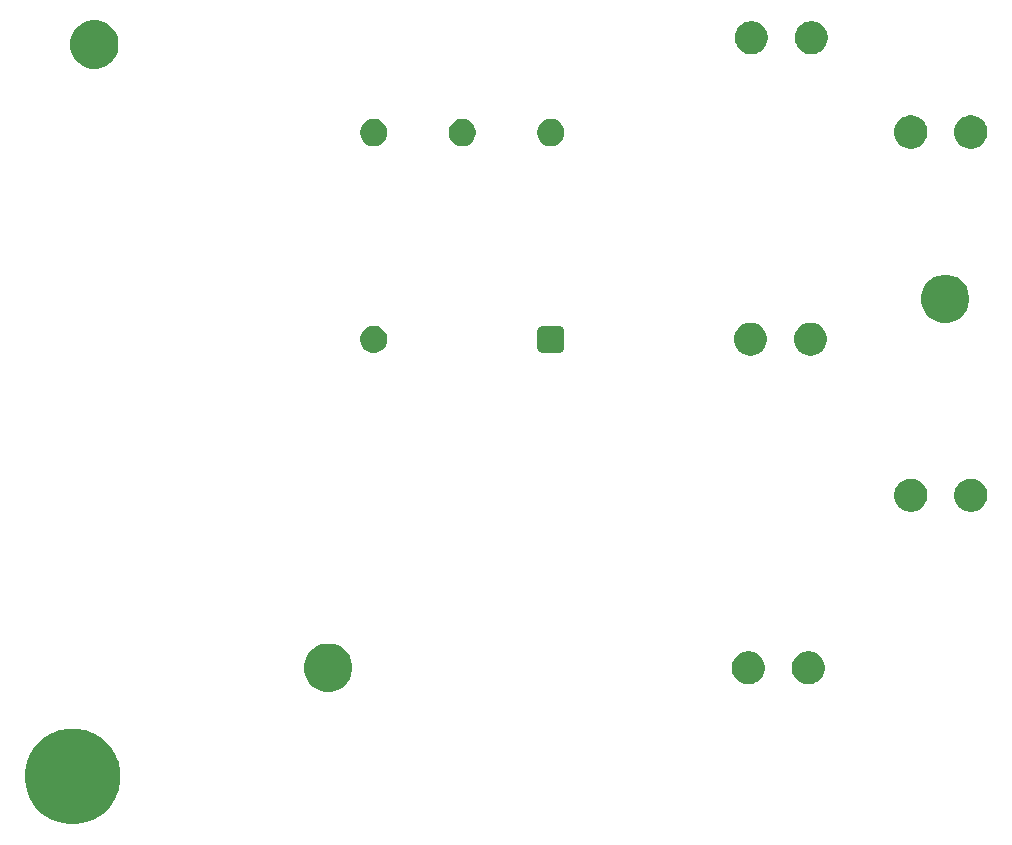
<source format=gbs>
G04 #@! TF.GenerationSoftware,KiCad,Pcbnew,(5.1.5-0-10_14)*
G04 #@! TF.CreationDate,2023-03-12T15:51:32+01:00*
G04 #@! TF.ProjectId,AC_board,41435f62-6f61-4726-942e-6b696361645f,v01*
G04 #@! TF.SameCoordinates,Original*
G04 #@! TF.FileFunction,Soldermask,Bot*
G04 #@! TF.FilePolarity,Negative*
%FSLAX46Y46*%
G04 Gerber Fmt 4.6, Leading zero omitted, Abs format (unit mm)*
G04 Created by KiCad (PCBNEW (5.1.5-0-10_14)) date 2023-03-12 15:51:32*
%MOMM*%
%LPD*%
G04 APERTURE LIST*
%ADD10C,0.100000*%
G04 APERTURE END LIST*
D10*
G36*
X76181632Y-115104677D02*
G01*
X76487005Y-115231167D01*
X76918868Y-115410050D01*
X77582362Y-115853383D01*
X78146617Y-116417638D01*
X78589950Y-117081132D01*
X78768833Y-117512995D01*
X78895323Y-117818368D01*
X79051000Y-118601010D01*
X79051000Y-119398990D01*
X78895323Y-120181632D01*
X78768833Y-120487005D01*
X78589950Y-120918868D01*
X78146617Y-121582362D01*
X77582362Y-122146617D01*
X76918868Y-122589950D01*
X76487005Y-122768833D01*
X76181632Y-122895323D01*
X75398990Y-123051000D01*
X74601010Y-123051000D01*
X73818368Y-122895323D01*
X73512995Y-122768833D01*
X73081132Y-122589950D01*
X72417638Y-122146617D01*
X71853383Y-121582362D01*
X71410050Y-120918868D01*
X71231167Y-120487005D01*
X71104677Y-120181632D01*
X70949000Y-119398990D01*
X70949000Y-118601010D01*
X71104677Y-117818368D01*
X71231167Y-117512995D01*
X71410050Y-117081132D01*
X71853383Y-116417638D01*
X72417638Y-115853383D01*
X73081132Y-115410050D01*
X73512995Y-115231167D01*
X73818368Y-115104677D01*
X74601010Y-114949000D01*
X75398990Y-114949000D01*
X76181632Y-115104677D01*
G37*
G36*
X97238254Y-107827818D02*
G01*
X97611511Y-107982426D01*
X97611513Y-107982427D01*
X97947436Y-108206884D01*
X98233116Y-108492564D01*
X98457574Y-108828489D01*
X98612182Y-109201746D01*
X98691000Y-109597993D01*
X98691000Y-110002007D01*
X98612182Y-110398254D01*
X98457574Y-110771511D01*
X98457573Y-110771513D01*
X98233116Y-111107436D01*
X97947436Y-111393116D01*
X97611513Y-111617573D01*
X97611512Y-111617574D01*
X97611511Y-111617574D01*
X97238254Y-111772182D01*
X96842007Y-111851000D01*
X96437993Y-111851000D01*
X96041746Y-111772182D01*
X95668489Y-111617574D01*
X95668488Y-111617574D01*
X95668487Y-111617573D01*
X95332564Y-111393116D01*
X95046884Y-111107436D01*
X94822427Y-110771513D01*
X94822426Y-110771511D01*
X94667818Y-110398254D01*
X94589000Y-110002007D01*
X94589000Y-109597993D01*
X94667818Y-109201746D01*
X94822426Y-108828489D01*
X95046884Y-108492564D01*
X95332564Y-108206884D01*
X95668487Y-107982427D01*
X95668489Y-107982426D01*
X96041746Y-107827818D01*
X96437993Y-107749000D01*
X96842007Y-107749000D01*
X97238254Y-107827818D01*
G37*
G36*
X132538433Y-108434893D02*
G01*
X132628657Y-108452839D01*
X132724561Y-108492564D01*
X132883621Y-108558449D01*
X132883622Y-108558450D01*
X133113086Y-108711772D01*
X133308228Y-108906914D01*
X133410675Y-109060237D01*
X133461551Y-109136379D01*
X133567161Y-109391344D01*
X133621000Y-109662012D01*
X133621000Y-109937988D01*
X133567161Y-110208656D01*
X133461551Y-110463621D01*
X133461550Y-110463622D01*
X133308228Y-110693086D01*
X133113086Y-110888228D01*
X132959763Y-110990675D01*
X132883621Y-111041551D01*
X132734267Y-111103415D01*
X132628657Y-111147161D01*
X132538433Y-111165107D01*
X132357988Y-111201000D01*
X132082012Y-111201000D01*
X131901567Y-111165107D01*
X131811343Y-111147161D01*
X131705733Y-111103415D01*
X131556379Y-111041551D01*
X131480237Y-110990675D01*
X131326914Y-110888228D01*
X131131772Y-110693086D01*
X130978450Y-110463622D01*
X130978449Y-110463621D01*
X130872839Y-110208656D01*
X130819000Y-109937988D01*
X130819000Y-109662012D01*
X130872839Y-109391344D01*
X130978449Y-109136379D01*
X131029325Y-109060237D01*
X131131772Y-108906914D01*
X131326914Y-108711772D01*
X131556378Y-108558450D01*
X131556379Y-108558449D01*
X131715439Y-108492564D01*
X131811343Y-108452839D01*
X131901567Y-108434893D01*
X132082012Y-108399000D01*
X132357988Y-108399000D01*
X132538433Y-108434893D01*
G37*
G36*
X137618433Y-108434893D02*
G01*
X137708657Y-108452839D01*
X137804561Y-108492564D01*
X137963621Y-108558449D01*
X137963622Y-108558450D01*
X138193086Y-108711772D01*
X138388228Y-108906914D01*
X138490675Y-109060237D01*
X138541551Y-109136379D01*
X138647161Y-109391344D01*
X138701000Y-109662012D01*
X138701000Y-109937988D01*
X138647161Y-110208656D01*
X138541551Y-110463621D01*
X138541550Y-110463622D01*
X138388228Y-110693086D01*
X138193086Y-110888228D01*
X138039763Y-110990675D01*
X137963621Y-111041551D01*
X137814267Y-111103415D01*
X137708657Y-111147161D01*
X137618433Y-111165107D01*
X137437988Y-111201000D01*
X137162012Y-111201000D01*
X136981567Y-111165107D01*
X136891343Y-111147161D01*
X136785733Y-111103415D01*
X136636379Y-111041551D01*
X136560237Y-110990675D01*
X136406914Y-110888228D01*
X136211772Y-110693086D01*
X136058450Y-110463622D01*
X136058449Y-110463621D01*
X135952839Y-110208656D01*
X135899000Y-109937988D01*
X135899000Y-109662012D01*
X135952839Y-109391344D01*
X136058449Y-109136379D01*
X136109325Y-109060237D01*
X136211772Y-108906914D01*
X136406914Y-108711772D01*
X136636378Y-108558450D01*
X136636379Y-108558449D01*
X136795439Y-108492564D01*
X136891343Y-108452839D01*
X136981567Y-108434893D01*
X137162012Y-108399000D01*
X137437988Y-108399000D01*
X137618433Y-108434893D01*
G37*
G36*
X146288433Y-93834893D02*
G01*
X146378657Y-93852839D01*
X146484267Y-93896585D01*
X146633621Y-93958449D01*
X146633622Y-93958450D01*
X146863086Y-94111772D01*
X147058228Y-94306914D01*
X147160675Y-94460237D01*
X147211551Y-94536379D01*
X147317161Y-94791344D01*
X147371000Y-95062012D01*
X147371000Y-95337988D01*
X147317161Y-95608656D01*
X147211551Y-95863621D01*
X147211550Y-95863622D01*
X147058228Y-96093086D01*
X146863086Y-96288228D01*
X146709763Y-96390675D01*
X146633621Y-96441551D01*
X146484267Y-96503415D01*
X146378657Y-96547161D01*
X146288433Y-96565107D01*
X146107988Y-96601000D01*
X145832012Y-96601000D01*
X145651567Y-96565107D01*
X145561343Y-96547161D01*
X145455733Y-96503415D01*
X145306379Y-96441551D01*
X145230237Y-96390675D01*
X145076914Y-96288228D01*
X144881772Y-96093086D01*
X144728450Y-95863622D01*
X144728449Y-95863621D01*
X144622839Y-95608656D01*
X144569000Y-95337988D01*
X144569000Y-95062012D01*
X144622839Y-94791344D01*
X144728449Y-94536379D01*
X144779325Y-94460237D01*
X144881772Y-94306914D01*
X145076914Y-94111772D01*
X145306378Y-93958450D01*
X145306379Y-93958449D01*
X145455733Y-93896585D01*
X145561343Y-93852839D01*
X145651567Y-93834893D01*
X145832012Y-93799000D01*
X146107988Y-93799000D01*
X146288433Y-93834893D01*
G37*
G36*
X151368433Y-93834893D02*
G01*
X151458657Y-93852839D01*
X151564267Y-93896585D01*
X151713621Y-93958449D01*
X151713622Y-93958450D01*
X151943086Y-94111772D01*
X152138228Y-94306914D01*
X152240675Y-94460237D01*
X152291551Y-94536379D01*
X152397161Y-94791344D01*
X152451000Y-95062012D01*
X152451000Y-95337988D01*
X152397161Y-95608656D01*
X152291551Y-95863621D01*
X152291550Y-95863622D01*
X152138228Y-96093086D01*
X151943086Y-96288228D01*
X151789763Y-96390675D01*
X151713621Y-96441551D01*
X151564267Y-96503415D01*
X151458657Y-96547161D01*
X151368433Y-96565107D01*
X151187988Y-96601000D01*
X150912012Y-96601000D01*
X150731567Y-96565107D01*
X150641343Y-96547161D01*
X150535733Y-96503415D01*
X150386379Y-96441551D01*
X150310237Y-96390675D01*
X150156914Y-96288228D01*
X149961772Y-96093086D01*
X149808450Y-95863622D01*
X149808449Y-95863621D01*
X149702839Y-95608656D01*
X149649000Y-95337988D01*
X149649000Y-95062012D01*
X149702839Y-94791344D01*
X149808449Y-94536379D01*
X149859325Y-94460237D01*
X149961772Y-94306914D01*
X150156914Y-94111772D01*
X150386378Y-93958450D01*
X150386379Y-93958449D01*
X150535733Y-93896585D01*
X150641343Y-93852839D01*
X150731567Y-93834893D01*
X150912012Y-93799000D01*
X151187988Y-93799000D01*
X151368433Y-93834893D01*
G37*
G36*
X132718433Y-80604893D02*
G01*
X132808657Y-80622839D01*
X132914267Y-80666585D01*
X133063621Y-80728449D01*
X133063622Y-80728450D01*
X133293086Y-80881772D01*
X133488228Y-81076914D01*
X133559958Y-81184266D01*
X133641551Y-81306379D01*
X133747161Y-81561344D01*
X133801000Y-81832012D01*
X133801000Y-82107988D01*
X133747161Y-82378656D01*
X133641551Y-82633621D01*
X133641550Y-82633622D01*
X133488228Y-82863086D01*
X133293086Y-83058228D01*
X133243455Y-83091390D01*
X133063621Y-83211551D01*
X132914267Y-83273415D01*
X132808657Y-83317161D01*
X132718433Y-83335107D01*
X132537988Y-83371000D01*
X132262012Y-83371000D01*
X132081567Y-83335107D01*
X131991343Y-83317161D01*
X131885733Y-83273415D01*
X131736379Y-83211551D01*
X131556545Y-83091390D01*
X131506914Y-83058228D01*
X131311772Y-82863086D01*
X131158450Y-82633622D01*
X131158449Y-82633621D01*
X131052839Y-82378656D01*
X130999000Y-82107988D01*
X130999000Y-81832012D01*
X131052839Y-81561344D01*
X131158449Y-81306379D01*
X131240042Y-81184266D01*
X131311772Y-81076914D01*
X131506914Y-80881772D01*
X131736378Y-80728450D01*
X131736379Y-80728449D01*
X131885733Y-80666585D01*
X131991343Y-80622839D01*
X132081567Y-80604893D01*
X132262012Y-80569000D01*
X132537988Y-80569000D01*
X132718433Y-80604893D01*
G37*
G36*
X137798433Y-80604893D02*
G01*
X137888657Y-80622839D01*
X137994267Y-80666585D01*
X138143621Y-80728449D01*
X138143622Y-80728450D01*
X138373086Y-80881772D01*
X138568228Y-81076914D01*
X138639958Y-81184266D01*
X138721551Y-81306379D01*
X138827161Y-81561344D01*
X138881000Y-81832012D01*
X138881000Y-82107988D01*
X138827161Y-82378656D01*
X138721551Y-82633621D01*
X138721550Y-82633622D01*
X138568228Y-82863086D01*
X138373086Y-83058228D01*
X138323455Y-83091390D01*
X138143621Y-83211551D01*
X137994267Y-83273415D01*
X137888657Y-83317161D01*
X137798433Y-83335107D01*
X137617988Y-83371000D01*
X137342012Y-83371000D01*
X137161567Y-83335107D01*
X137071343Y-83317161D01*
X136965733Y-83273415D01*
X136816379Y-83211551D01*
X136636545Y-83091390D01*
X136586914Y-83058228D01*
X136391772Y-82863086D01*
X136238450Y-82633622D01*
X136238449Y-82633621D01*
X136132839Y-82378656D01*
X136079000Y-82107988D01*
X136079000Y-81832012D01*
X136132839Y-81561344D01*
X136238449Y-81306379D01*
X136320042Y-81184266D01*
X136391772Y-81076914D01*
X136586914Y-80881772D01*
X136816378Y-80728450D01*
X136816379Y-80728449D01*
X136965733Y-80666585D01*
X137071343Y-80622839D01*
X137161567Y-80604893D01*
X137342012Y-80569000D01*
X137617988Y-80569000D01*
X137798433Y-80604893D01*
G37*
G36*
X100724549Y-80851116D02*
G01*
X100835734Y-80873232D01*
X101045203Y-80959997D01*
X101233720Y-81085960D01*
X101394040Y-81246280D01*
X101520003Y-81434797D01*
X101606768Y-81644266D01*
X101651000Y-81866636D01*
X101651000Y-82093364D01*
X101606768Y-82315734D01*
X101520003Y-82525203D01*
X101394040Y-82713720D01*
X101233720Y-82874040D01*
X101045203Y-83000003D01*
X100835734Y-83086768D01*
X100724549Y-83108884D01*
X100613365Y-83131000D01*
X100386635Y-83131000D01*
X100275451Y-83108884D01*
X100164266Y-83086768D01*
X99954797Y-83000003D01*
X99766280Y-82874040D01*
X99605960Y-82713720D01*
X99479997Y-82525203D01*
X99393232Y-82315734D01*
X99349000Y-82093364D01*
X99349000Y-81866636D01*
X99393232Y-81644266D01*
X99479997Y-81434797D01*
X99605960Y-81246280D01*
X99766280Y-81085960D01*
X99954797Y-80959997D01*
X100164266Y-80873232D01*
X100275451Y-80851116D01*
X100386635Y-80829000D01*
X100613365Y-80829000D01*
X100724549Y-80851116D01*
G37*
G36*
X116237961Y-80839450D02*
G01*
X116334088Y-80868610D01*
X116422670Y-80915958D01*
X116500318Y-80979682D01*
X116564042Y-81057330D01*
X116611390Y-81145912D01*
X116640550Y-81242039D01*
X116651000Y-81348140D01*
X116651000Y-82611860D01*
X116640550Y-82717961D01*
X116611390Y-82814088D01*
X116564042Y-82902670D01*
X116500318Y-82980318D01*
X116422670Y-83044042D01*
X116334088Y-83091390D01*
X116237961Y-83120550D01*
X116131860Y-83131000D01*
X114868140Y-83131000D01*
X114762039Y-83120550D01*
X114665912Y-83091390D01*
X114577330Y-83044042D01*
X114499682Y-82980318D01*
X114435958Y-82902670D01*
X114388610Y-82814088D01*
X114359450Y-82717961D01*
X114349000Y-82611860D01*
X114349000Y-81348140D01*
X114359450Y-81242039D01*
X114388610Y-81145912D01*
X114435958Y-81057330D01*
X114499682Y-80979682D01*
X114577330Y-80915958D01*
X114665912Y-80868610D01*
X114762039Y-80839450D01*
X114868140Y-80829000D01*
X116131860Y-80829000D01*
X116237961Y-80839450D01*
G37*
G36*
X149478254Y-76597818D02*
G01*
X149851511Y-76752426D01*
X149851513Y-76752427D01*
X150187436Y-76976884D01*
X150473116Y-77262564D01*
X150697574Y-77598489D01*
X150852182Y-77971746D01*
X150931000Y-78367993D01*
X150931000Y-78772007D01*
X150852182Y-79168254D01*
X150697574Y-79541511D01*
X150697573Y-79541513D01*
X150473116Y-79877436D01*
X150187436Y-80163116D01*
X149851513Y-80387573D01*
X149851512Y-80387574D01*
X149851511Y-80387574D01*
X149478254Y-80542182D01*
X149082007Y-80621000D01*
X148677993Y-80621000D01*
X148281746Y-80542182D01*
X147908489Y-80387574D01*
X147908488Y-80387574D01*
X147908487Y-80387573D01*
X147572564Y-80163116D01*
X147286884Y-79877436D01*
X147062427Y-79541513D01*
X147062426Y-79541511D01*
X146907818Y-79168254D01*
X146829000Y-78772007D01*
X146829000Y-78367993D01*
X146907818Y-77971746D01*
X147062426Y-77598489D01*
X147286884Y-77262564D01*
X147572564Y-76976884D01*
X147908487Y-76752427D01*
X147908489Y-76752426D01*
X148281746Y-76597818D01*
X148677993Y-76519000D01*
X149082007Y-76519000D01*
X149478254Y-76597818D01*
G37*
G36*
X151368433Y-63074893D02*
G01*
X151458657Y-63092839D01*
X151564267Y-63136585D01*
X151713621Y-63198449D01*
X151713622Y-63198450D01*
X151943086Y-63351772D01*
X152138228Y-63546914D01*
X152240675Y-63700237D01*
X152291551Y-63776379D01*
X152397161Y-64031344D01*
X152451000Y-64302012D01*
X152451000Y-64577988D01*
X152397161Y-64848656D01*
X152291551Y-65103621D01*
X152291550Y-65103622D01*
X152138228Y-65333086D01*
X151943086Y-65528228D01*
X151855474Y-65586768D01*
X151713621Y-65681551D01*
X151564267Y-65743415D01*
X151458657Y-65787161D01*
X151368433Y-65805107D01*
X151187988Y-65841000D01*
X150912012Y-65841000D01*
X150731567Y-65805107D01*
X150641343Y-65787161D01*
X150535733Y-65743415D01*
X150386379Y-65681551D01*
X150244526Y-65586768D01*
X150156914Y-65528228D01*
X149961772Y-65333086D01*
X149808450Y-65103622D01*
X149808449Y-65103621D01*
X149702839Y-64848656D01*
X149649000Y-64577988D01*
X149649000Y-64302012D01*
X149702839Y-64031344D01*
X149808449Y-63776379D01*
X149859325Y-63700237D01*
X149961772Y-63546914D01*
X150156914Y-63351772D01*
X150386378Y-63198450D01*
X150386379Y-63198449D01*
X150535733Y-63136585D01*
X150641343Y-63092839D01*
X150731567Y-63074893D01*
X150912012Y-63039000D01*
X151187988Y-63039000D01*
X151368433Y-63074893D01*
G37*
G36*
X146288433Y-63074893D02*
G01*
X146378657Y-63092839D01*
X146484267Y-63136585D01*
X146633621Y-63198449D01*
X146633622Y-63198450D01*
X146863086Y-63351772D01*
X147058228Y-63546914D01*
X147160675Y-63700237D01*
X147211551Y-63776379D01*
X147317161Y-64031344D01*
X147371000Y-64302012D01*
X147371000Y-64577988D01*
X147317161Y-64848656D01*
X147211551Y-65103621D01*
X147211550Y-65103622D01*
X147058228Y-65333086D01*
X146863086Y-65528228D01*
X146775474Y-65586768D01*
X146633621Y-65681551D01*
X146484267Y-65743415D01*
X146378657Y-65787161D01*
X146288433Y-65805107D01*
X146107988Y-65841000D01*
X145832012Y-65841000D01*
X145651567Y-65805107D01*
X145561343Y-65787161D01*
X145455733Y-65743415D01*
X145306379Y-65681551D01*
X145164526Y-65586768D01*
X145076914Y-65528228D01*
X144881772Y-65333086D01*
X144728450Y-65103622D01*
X144728449Y-65103621D01*
X144622839Y-64848656D01*
X144569000Y-64577988D01*
X144569000Y-64302012D01*
X144622839Y-64031344D01*
X144728449Y-63776379D01*
X144779325Y-63700237D01*
X144881772Y-63546914D01*
X145076914Y-63351772D01*
X145306378Y-63198450D01*
X145306379Y-63198449D01*
X145455733Y-63136585D01*
X145561343Y-63092839D01*
X145651567Y-63074893D01*
X145832012Y-63039000D01*
X146107988Y-63039000D01*
X146288433Y-63074893D01*
G37*
G36*
X115724549Y-63351116D02*
G01*
X115835734Y-63373232D01*
X116045203Y-63459997D01*
X116233720Y-63585960D01*
X116394040Y-63746280D01*
X116520003Y-63934797D01*
X116606768Y-64144266D01*
X116651000Y-64366636D01*
X116651000Y-64593364D01*
X116606768Y-64815734D01*
X116520003Y-65025203D01*
X116394040Y-65213720D01*
X116233720Y-65374040D01*
X116045203Y-65500003D01*
X115835734Y-65586768D01*
X115724549Y-65608884D01*
X115613365Y-65631000D01*
X115386635Y-65631000D01*
X115275451Y-65608884D01*
X115164266Y-65586768D01*
X114954797Y-65500003D01*
X114766280Y-65374040D01*
X114605960Y-65213720D01*
X114479997Y-65025203D01*
X114393232Y-64815734D01*
X114349000Y-64593364D01*
X114349000Y-64366636D01*
X114393232Y-64144266D01*
X114479997Y-63934797D01*
X114605960Y-63746280D01*
X114766280Y-63585960D01*
X114954797Y-63459997D01*
X115164266Y-63373232D01*
X115275451Y-63351116D01*
X115386635Y-63329000D01*
X115613365Y-63329000D01*
X115724549Y-63351116D01*
G37*
G36*
X108224549Y-63351116D02*
G01*
X108335734Y-63373232D01*
X108545203Y-63459997D01*
X108733720Y-63585960D01*
X108894040Y-63746280D01*
X109020003Y-63934797D01*
X109106768Y-64144266D01*
X109151000Y-64366636D01*
X109151000Y-64593364D01*
X109106768Y-64815734D01*
X109020003Y-65025203D01*
X108894040Y-65213720D01*
X108733720Y-65374040D01*
X108545203Y-65500003D01*
X108335734Y-65586768D01*
X108224549Y-65608884D01*
X108113365Y-65631000D01*
X107886635Y-65631000D01*
X107775451Y-65608884D01*
X107664266Y-65586768D01*
X107454797Y-65500003D01*
X107266280Y-65374040D01*
X107105960Y-65213720D01*
X106979997Y-65025203D01*
X106893232Y-64815734D01*
X106849000Y-64593364D01*
X106849000Y-64366636D01*
X106893232Y-64144266D01*
X106979997Y-63934797D01*
X107105960Y-63746280D01*
X107266280Y-63585960D01*
X107454797Y-63459997D01*
X107664266Y-63373232D01*
X107775451Y-63351116D01*
X107886635Y-63329000D01*
X108113365Y-63329000D01*
X108224549Y-63351116D01*
G37*
G36*
X100724549Y-63351116D02*
G01*
X100835734Y-63373232D01*
X101045203Y-63459997D01*
X101233720Y-63585960D01*
X101394040Y-63746280D01*
X101520003Y-63934797D01*
X101606768Y-64144266D01*
X101651000Y-64366636D01*
X101651000Y-64593364D01*
X101606768Y-64815734D01*
X101520003Y-65025203D01*
X101394040Y-65213720D01*
X101233720Y-65374040D01*
X101045203Y-65500003D01*
X100835734Y-65586768D01*
X100724549Y-65608884D01*
X100613365Y-65631000D01*
X100386635Y-65631000D01*
X100275451Y-65608884D01*
X100164266Y-65586768D01*
X99954797Y-65500003D01*
X99766280Y-65374040D01*
X99605960Y-65213720D01*
X99479997Y-65025203D01*
X99393232Y-64815734D01*
X99349000Y-64593364D01*
X99349000Y-64366636D01*
X99393232Y-64144266D01*
X99479997Y-63934797D01*
X99605960Y-63746280D01*
X99766280Y-63585960D01*
X99954797Y-63459997D01*
X100164266Y-63373232D01*
X100275451Y-63351116D01*
X100386635Y-63329000D01*
X100613365Y-63329000D01*
X100724549Y-63351116D01*
G37*
G36*
X77438254Y-55057818D02*
G01*
X77801912Y-55208450D01*
X77811513Y-55212427D01*
X78147436Y-55436884D01*
X78433116Y-55722564D01*
X78646118Y-56041343D01*
X78657574Y-56058489D01*
X78812182Y-56431746D01*
X78891000Y-56827993D01*
X78891000Y-57232007D01*
X78812182Y-57628254D01*
X78657574Y-58001511D01*
X78657573Y-58001513D01*
X78433116Y-58337436D01*
X78147436Y-58623116D01*
X77811513Y-58847573D01*
X77811512Y-58847574D01*
X77811511Y-58847574D01*
X77438254Y-59002182D01*
X77042007Y-59081000D01*
X76637993Y-59081000D01*
X76241746Y-59002182D01*
X75868489Y-58847574D01*
X75868488Y-58847574D01*
X75868487Y-58847573D01*
X75532564Y-58623116D01*
X75246884Y-58337436D01*
X75022427Y-58001513D01*
X75022426Y-58001511D01*
X74867818Y-57628254D01*
X74789000Y-57232007D01*
X74789000Y-56827993D01*
X74867818Y-56431746D01*
X75022426Y-56058489D01*
X75033883Y-56041343D01*
X75246884Y-55722564D01*
X75532564Y-55436884D01*
X75868487Y-55212427D01*
X75878088Y-55208450D01*
X76241746Y-55057818D01*
X76637993Y-54979000D01*
X77042007Y-54979000D01*
X77438254Y-55057818D01*
G37*
G36*
X137858433Y-55084893D02*
G01*
X137948657Y-55102839D01*
X138054267Y-55146585D01*
X138203621Y-55208449D01*
X138203622Y-55208450D01*
X138433086Y-55361772D01*
X138628228Y-55556914D01*
X138730675Y-55710237D01*
X138781551Y-55786379D01*
X138843415Y-55935733D01*
X138887161Y-56041343D01*
X138905107Y-56131567D01*
X138941000Y-56312012D01*
X138941000Y-56587988D01*
X138887161Y-56858656D01*
X138781551Y-57113621D01*
X138781550Y-57113622D01*
X138628228Y-57343086D01*
X138433086Y-57538228D01*
X138298352Y-57628254D01*
X138203621Y-57691551D01*
X138054267Y-57753415D01*
X137948657Y-57797161D01*
X137858433Y-57815107D01*
X137677988Y-57851000D01*
X137402012Y-57851000D01*
X137221567Y-57815107D01*
X137131343Y-57797161D01*
X137025733Y-57753415D01*
X136876379Y-57691551D01*
X136781648Y-57628254D01*
X136646914Y-57538228D01*
X136451772Y-57343086D01*
X136298450Y-57113622D01*
X136298449Y-57113621D01*
X136192839Y-56858656D01*
X136139000Y-56587988D01*
X136139000Y-56312012D01*
X136174893Y-56131567D01*
X136192839Y-56041343D01*
X136236585Y-55935733D01*
X136298449Y-55786379D01*
X136349325Y-55710237D01*
X136451772Y-55556914D01*
X136646914Y-55361772D01*
X136876378Y-55208450D01*
X136876379Y-55208449D01*
X137025733Y-55146585D01*
X137131343Y-55102839D01*
X137221567Y-55084893D01*
X137402012Y-55049000D01*
X137677988Y-55049000D01*
X137858433Y-55084893D01*
G37*
G36*
X132778433Y-55084893D02*
G01*
X132868657Y-55102839D01*
X132974267Y-55146585D01*
X133123621Y-55208449D01*
X133123622Y-55208450D01*
X133353086Y-55361772D01*
X133548228Y-55556914D01*
X133650675Y-55710237D01*
X133701551Y-55786379D01*
X133763415Y-55935733D01*
X133807161Y-56041343D01*
X133825107Y-56131567D01*
X133861000Y-56312012D01*
X133861000Y-56587988D01*
X133807161Y-56858656D01*
X133701551Y-57113621D01*
X133701550Y-57113622D01*
X133548228Y-57343086D01*
X133353086Y-57538228D01*
X133218352Y-57628254D01*
X133123621Y-57691551D01*
X132974267Y-57753415D01*
X132868657Y-57797161D01*
X132778433Y-57815107D01*
X132597988Y-57851000D01*
X132322012Y-57851000D01*
X132141567Y-57815107D01*
X132051343Y-57797161D01*
X131945733Y-57753415D01*
X131796379Y-57691551D01*
X131701648Y-57628254D01*
X131566914Y-57538228D01*
X131371772Y-57343086D01*
X131218450Y-57113622D01*
X131218449Y-57113621D01*
X131112839Y-56858656D01*
X131059000Y-56587988D01*
X131059000Y-56312012D01*
X131094893Y-56131567D01*
X131112839Y-56041343D01*
X131156585Y-55935733D01*
X131218449Y-55786379D01*
X131269325Y-55710237D01*
X131371772Y-55556914D01*
X131566914Y-55361772D01*
X131796378Y-55208450D01*
X131796379Y-55208449D01*
X131945733Y-55146585D01*
X132051343Y-55102839D01*
X132141567Y-55084893D01*
X132322012Y-55049000D01*
X132597988Y-55049000D01*
X132778433Y-55084893D01*
G37*
M02*

</source>
